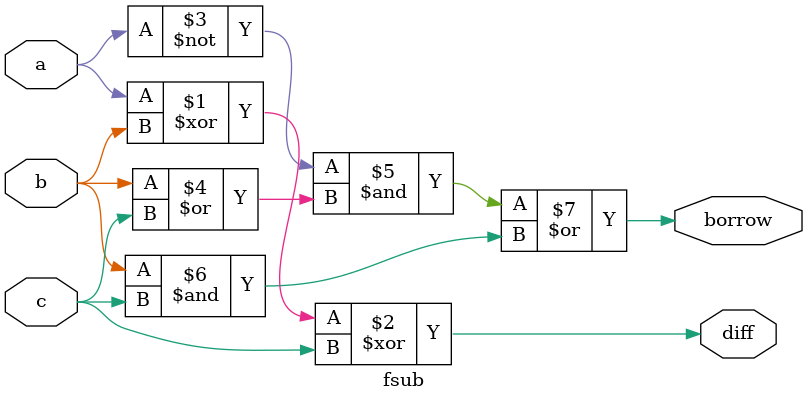
<source format=v>
module fsub(
input a,b,c,
output diff,borrow
);
assign diff = a^b^c;
assign borrow=(~a&(b|c))|(b&c);
endmodule
</source>
